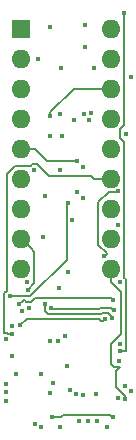
<source format=gbr>
G04 #@! TF.GenerationSoftware,KiCad,Pcbnew,5.1.5+dfsg1-2build2*
G04 #@! TF.CreationDate,2023-02-08T21:01:38+00:00*
G04 #@! TF.ProjectId,video-ram-replacement,76696465-6f2d-4726-916d-2d7265706c61,rev?*
G04 #@! TF.SameCoordinates,Original*
G04 #@! TF.FileFunction,Copper,L3,Inr*
G04 #@! TF.FilePolarity,Positive*
%FSLAX46Y46*%
G04 Gerber Fmt 4.6, Leading zero omitted, Abs format (unit mm)*
G04 Created by KiCad (PCBNEW 5.1.5+dfsg1-2build2) date 2023-02-08 21:01:38*
%MOMM*%
%LPD*%
G04 APERTURE LIST*
%ADD10O,1.600000X1.600000*%
%ADD11R,1.600000X1.600000*%
%ADD12C,0.400000*%
%ADD13C,0.200000*%
G04 APERTURE END LIST*
D10*
X187176000Y-126732000D03*
X179556000Y-147052000D03*
X187176000Y-129272000D03*
X179556000Y-144512000D03*
X187176000Y-131812000D03*
X179556000Y-141972000D03*
X187176000Y-134352000D03*
X179556000Y-139432000D03*
X187176000Y-136892000D03*
X179556000Y-136892000D03*
X187176000Y-139432000D03*
X179556000Y-134352000D03*
X187176000Y-141972000D03*
X179556000Y-131812000D03*
X187176000Y-144512000D03*
X179556000Y-129272000D03*
X187176000Y-147052000D03*
D11*
X179556000Y-126732000D03*
D12*
X184912000Y-126431000D03*
X185688002Y-130110001D03*
X182979000Y-135813800D03*
X182245000Y-156718000D03*
X183388000Y-155270200D03*
X187336549Y-149744549D03*
X179367772Y-150056347D03*
X183885330Y-142911999D03*
X183482402Y-147308989D03*
X181229000Y-160477200D03*
X182803800Y-160477200D03*
X186791600Y-160477200D03*
X184912000Y-128331000D03*
X182894614Y-130028586D03*
X184759601Y-138455400D03*
X182019000Y-135813800D03*
X187833000Y-154910940D03*
X187706000Y-157988000D03*
X183289658Y-152766671D03*
X178725000Y-154432000D03*
X178293946Y-157465946D03*
X183668368Y-157356420D03*
X182753000Y-148709000D03*
X182019000Y-157556200D03*
X181188381Y-155969074D03*
X181406800Y-144399000D03*
X186004200Y-159943800D03*
X185434827Y-133859202D03*
X181991000Y-126558000D03*
X184191126Y-157650913D03*
X184302400Y-140597000D03*
X184404000Y-159977200D03*
X180675152Y-160246430D03*
X180670200Y-138734800D03*
X182829200Y-138684000D03*
X184785340Y-157734047D03*
X184759600Y-141097000D03*
X181559200Y-140893800D03*
X185191400Y-159943800D03*
X182803800Y-133934200D03*
X184835800Y-133967600D03*
X185877200Y-157657800D03*
X185293000Y-134442200D03*
X184048400Y-134467600D03*
X178225000Y-158242000D03*
X180175152Y-150360000D03*
X182644555Y-153215552D03*
X182118000Y-159577190D03*
X187291600Y-159639000D03*
X187235111Y-151218982D03*
X180975000Y-129286000D03*
X181575162Y-150021838D03*
X178225000Y-156845000D03*
X180092555Y-148850555D03*
X178725000Y-151910584D03*
X187368796Y-150578204D03*
X182094265Y-150396670D03*
X182008000Y-134097668D03*
X188805000Y-157429200D03*
X187776001Y-143383000D03*
X181991000Y-153162000D03*
X186640162Y-151296680D03*
X179470958Y-151869048D03*
X187776001Y-140471231D03*
X186574010Y-146013919D03*
X179578000Y-150622000D03*
X184234601Y-137930740D03*
X178725000Y-152570200D03*
X188404990Y-135636000D03*
X178225000Y-153035000D03*
X183515000Y-141498998D03*
X178625010Y-149352000D03*
X188805000Y-130810000D03*
X188305000Y-156967335D03*
X187904990Y-148209000D03*
X187904990Y-153403987D03*
X180018495Y-148217507D03*
X188341000Y-158115000D03*
X179070000Y-155956000D03*
X187904990Y-154050883D03*
X188290200Y-125399800D03*
D13*
X179959000Y-149860000D02*
X179851010Y-149752010D01*
X180388811Y-149860000D02*
X179959000Y-149860000D01*
X180726974Y-149521837D02*
X180388811Y-149860000D01*
X187113837Y-149521837D02*
X180726974Y-149521837D01*
X179851010Y-149752010D02*
X179658423Y-149752010D01*
X187336549Y-149744549D02*
X187113837Y-149521837D01*
X179658423Y-149765696D02*
X179367772Y-150056347D01*
X179658423Y-149752010D02*
X179658423Y-149765696D01*
X182118000Y-159577190D02*
X182941810Y-159577190D01*
X187096399Y-159443799D02*
X187291600Y-159639000D01*
X183075201Y-159443799D02*
X187096399Y-159443799D01*
X182941810Y-159577190D02*
X183075201Y-159443799D01*
X187235111Y-151218982D02*
X187235111Y-151151627D01*
X181575162Y-150617569D02*
X181575162Y-150021838D01*
X181854264Y-150896671D02*
X181575162Y-150617569D01*
X186300170Y-150896670D02*
X181854264Y-150896671D01*
X186400161Y-150796679D02*
X186300170Y-150896670D01*
X186880163Y-150796679D02*
X186400161Y-150796679D01*
X187140163Y-151056679D02*
X186880163Y-150796679D01*
X187140163Y-151199163D02*
X187140163Y-151056679D01*
X187159982Y-151218982D02*
X187140163Y-151199163D01*
X187235111Y-151218982D02*
X187159982Y-151218982D01*
X180355999Y-145311999D02*
X179556000Y-144512000D01*
X180656001Y-145612001D02*
X180355999Y-145311999D01*
X180656001Y-148287109D02*
X180656001Y-145612001D01*
X180092555Y-148850555D02*
X180656001Y-148287109D01*
X187187261Y-150396669D02*
X186234472Y-150396669D01*
X187368796Y-150578204D02*
X187187261Y-150396669D01*
X186234472Y-150396669D02*
X186136141Y-150495000D01*
X186136141Y-150495000D02*
X182118000Y-150495000D01*
X182118000Y-150420405D02*
X182094265Y-150396670D01*
X182118000Y-150495000D02*
X182118000Y-150420405D01*
X184010826Y-131812000D02*
X186044630Y-131812000D01*
X182008000Y-133814826D02*
X184010826Y-131812000D01*
X182008000Y-134097668D02*
X182008000Y-133814826D01*
X186044630Y-131812000D02*
X187176000Y-131812000D01*
X186294679Y-151496679D02*
X186094680Y-151296679D01*
X186440163Y-151496679D02*
X186294679Y-151496679D01*
X186640162Y-151296680D02*
X186440163Y-151496679D01*
X180043327Y-151296679D02*
X179470958Y-151869048D01*
X186094680Y-151296679D02*
X180043327Y-151296679D01*
X186774009Y-145813920D02*
X186574010Y-146013919D01*
X186774009Y-145738011D02*
X186774009Y-145813920D01*
X186075999Y-145040001D02*
X186774009Y-145738011D01*
X186075999Y-141443999D02*
X186075999Y-145040001D01*
X186978766Y-140541232D02*
X186075999Y-141443999D01*
X187706000Y-140541232D02*
X186978766Y-140541232D01*
X187776001Y-140471231D02*
X187706000Y-140541232D01*
X181745740Y-137930740D02*
X184234601Y-137930740D01*
X180707000Y-136892000D02*
X181745740Y-137930740D01*
X179556000Y-136892000D02*
X180707000Y-136892000D01*
X178442158Y-152570200D02*
X178725000Y-152570200D01*
X178435000Y-152527000D02*
X178435000Y-152563042D01*
X178435000Y-152563042D02*
X178442158Y-152570200D01*
X185675998Y-139432000D02*
X185427999Y-139184001D01*
X180910201Y-138234799D02*
X180430199Y-138234799D01*
X185427999Y-139184001D02*
X181859403Y-139184001D01*
X180430199Y-138234799D02*
X180332999Y-138331999D01*
X178308000Y-139051998D02*
X178308000Y-148929008D01*
X178125009Y-152471009D02*
X178181000Y-152527000D01*
X187176000Y-139432000D02*
X185675998Y-139432000D01*
X180332999Y-138331999D02*
X179027999Y-138331999D01*
X178181000Y-152527000D02*
X178435000Y-152527000D01*
X181859403Y-139184001D02*
X180910201Y-138234799D01*
X179027999Y-138331999D02*
X178308000Y-139051998D01*
X178308000Y-148929008D02*
X178125009Y-149111999D01*
X178125009Y-149111999D02*
X178125009Y-152471009D01*
X183385329Y-141480671D02*
X183388000Y-141478000D01*
X183496673Y-141480671D02*
X183515000Y-141498998D01*
X183385329Y-141480671D02*
X183496673Y-141480671D01*
X183385329Y-146297783D02*
X180331112Y-149352000D01*
X180331112Y-149352000D02*
X178625010Y-149352000D01*
X183385329Y-141480671D02*
X183385329Y-146297783D01*
X187176000Y-148183370D02*
X187176000Y-147052000D01*
X188004981Y-149048993D02*
X187176000Y-148220012D01*
X188004981Y-152563994D02*
X188004981Y-149048993D01*
X187176000Y-148220012D02*
X187176000Y-148183370D01*
X187149472Y-153419503D02*
X188004981Y-152563994D01*
X187149472Y-155150941D02*
X187149472Y-153419503D01*
X187409472Y-155410941D02*
X187149472Y-155150941D01*
X187889474Y-155410941D02*
X187409472Y-155410941D01*
X187579000Y-155721415D02*
X187889474Y-155410941D01*
X187579000Y-157070158D02*
X187579000Y-155721415D01*
X188341000Y-157832158D02*
X187579000Y-157070158D01*
X188341000Y-158115000D02*
X188341000Y-157832158D01*
X188290200Y-134865802D02*
X188290200Y-125399800D01*
X187904990Y-135251012D02*
X188290200Y-134865802D01*
X187904990Y-135992988D02*
X187904990Y-135251012D01*
X188276001Y-136363999D02*
X187904990Y-135992988D01*
X188276001Y-147840009D02*
X188276001Y-136363999D01*
X188404991Y-147968999D02*
X188276001Y-147840009D01*
X188404991Y-154012409D02*
X188404991Y-147968999D01*
X188366517Y-154050883D02*
X188404991Y-154012409D01*
X187904990Y-154050883D02*
X188366517Y-154050883D01*
M02*

</source>
